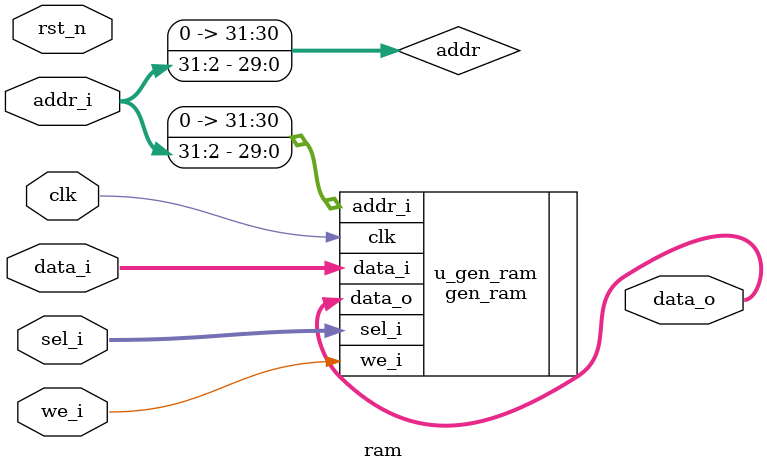
<source format=sv>
 /*                                                                      
 Copyright 2020 Blue Liang, liangkangnan@163.com
                                                                         
 Licensed under the Apache License, Version 2.0 (the "License");         
 you may not use this file except in compliance with the License.        
 You may obtain a copy of the License at                                 
                                                                         
     http://www.apache.org/licenses/LICENSE-2.0                          
                                                                         
 Unless required by applicable law or agreed to in writing, software    
 distributed under the License is distributed on an "AS IS" BASIS,       
 WITHOUT WARRANTIES OR CONDITIONS OF ANY KIND, either express or implied.
 See the License for the specific language governing permissions and     
 limitations under the License.                                          
 */

`include "../core/defines.sv"


module ram #(
    parameter DP = 4096)(

    input wire clk,
    input wire rst_n,
    input wire[31:0] addr_i,
    input wire[31:0] data_i,
    input wire[3:0] sel_i,
    input wire we_i,
	output wire[31:0] data_o

    );

    wire[31:0] addr = addr_i[31:2];

    gen_ram #(
        .DP(DP),
        .DW(32),
        .MW(4),
        .AW(32)
    ) u_gen_ram(
        .clk(clk),
        .addr_i(addr),
        .data_i(data_i),
        .sel_i(sel_i),
        .we_i(we_i),
        .data_o(data_o)
    );

endmodule

</source>
